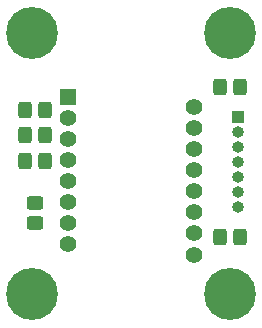
<source format=gbr>
G04 #@! TF.GenerationSoftware,KiCad,Pcbnew,(5.99.0-8366-gd64f1b3b25)*
G04 #@! TF.CreationDate,2021-01-13T01:42:36+02:00*
G04 #@! TF.ProjectId,board,626f6172-642e-46b6-9963-61645f706362,1.0.0*
G04 #@! TF.SameCoordinates,Original*
G04 #@! TF.FileFunction,Soldermask,Top*
G04 #@! TF.FilePolarity,Negative*
%FSLAX46Y46*%
G04 Gerber Fmt 4.6, Leading zero omitted, Abs format (unit mm)*
G04 Created by KiCad (PCBNEW (5.99.0-8366-gd64f1b3b25)) date 2021-01-13 01:42:36*
%MOMM*%
%LPD*%
G01*
G04 APERTURE LIST*
G04 Aperture macros list*
%AMRoundRect*
0 Rectangle with rounded corners*
0 $1 Rounding radius*
0 $2 $3 $4 $5 $6 $7 $8 $9 X,Y pos of 4 corners*
0 Add a 4 corners polygon primitive as box body*
4,1,4,$2,$3,$4,$5,$6,$7,$8,$9,$2,$3,0*
0 Add four circle primitives for the rounded corners*
1,1,$1+$1,$2,$3*
1,1,$1+$1,$4,$5*
1,1,$1+$1,$6,$7*
1,1,$1+$1,$8,$9*
0 Add four rect primitives between the rounded corners*
20,1,$1+$1,$2,$3,$4,$5,0*
20,1,$1+$1,$4,$5,$6,$7,0*
20,1,$1+$1,$6,$7,$8,$9,0*
20,1,$1+$1,$8,$9,$2,$3,0*%
G04 Aperture macros list end*
%ADD10RoundRect,0.250000X-0.325000X-0.450000X0.325000X-0.450000X0.325000X0.450000X-0.325000X0.450000X0*%
%ADD11RoundRect,0.250000X0.325000X0.450000X-0.325000X0.450000X-0.325000X-0.450000X0.325000X-0.450000X0*%
%ADD12RoundRect,0.250000X-0.450000X0.325000X-0.450000X-0.325000X0.450000X-0.325000X0.450000X0.325000X0*%
%ADD13C,0.700000*%
%ADD14C,4.400000*%
%ADD15R,1.000000X1.000000*%
%ADD16O,1.000000X1.000000*%
%ADD17R,1.400000X1.400000*%
%ADD18C,1.400000*%
G04 APERTURE END LIST*
D10*
X135294000Y-54864000D03*
X136994000Y-54864000D03*
D11*
X120484000Y-61087000D03*
X118784000Y-61087000D03*
X120484000Y-58928000D03*
X118784000Y-58928000D03*
D12*
X119634000Y-64682000D03*
X119634000Y-66382000D03*
D10*
X118784000Y-56769000D03*
X120484000Y-56769000D03*
X135294000Y-67564000D03*
X136994000Y-67564000D03*
D13*
X118213274Y-71223274D03*
X119380000Y-74040000D03*
X120546726Y-71223274D03*
X118213274Y-73556726D03*
X117730000Y-72390000D03*
X121030000Y-72390000D03*
D14*
X119380000Y-72390000D03*
D13*
X119380000Y-70740000D03*
X120546726Y-73556726D03*
X136144000Y-74040000D03*
D14*
X136144000Y-72390000D03*
D13*
X136144000Y-70740000D03*
X137310726Y-71223274D03*
X134977274Y-73556726D03*
X134977274Y-71223274D03*
X134494000Y-72390000D03*
X137794000Y-72390000D03*
X137310726Y-73556726D03*
D15*
X136779000Y-57404000D03*
D16*
X136779000Y-58674000D03*
X136779000Y-59944000D03*
X136779000Y-61214000D03*
X136779000Y-62484000D03*
X136779000Y-63754000D03*
X136779000Y-65024000D03*
D13*
X121030000Y-50292000D03*
X119380000Y-51942000D03*
X118213274Y-49125274D03*
X117730000Y-50292000D03*
X120546726Y-51458726D03*
X118213274Y-51458726D03*
D14*
X119380000Y-50292000D03*
D13*
X120546726Y-49125274D03*
X119380000Y-48642000D03*
D17*
X122412000Y-55681000D03*
D18*
X122412000Y-57461000D03*
X122412000Y-59241000D03*
X122412000Y-61021000D03*
X122412000Y-62801000D03*
X122412000Y-64581000D03*
X122412000Y-66361000D03*
X122412000Y-68141000D03*
X133112000Y-69031000D03*
X133112000Y-67251000D03*
X133112000Y-65471000D03*
X133112000Y-63691000D03*
X133112000Y-61911000D03*
X133112000Y-60131000D03*
X133112000Y-58351000D03*
X133112000Y-56571000D03*
D13*
X136144000Y-51942000D03*
X134494000Y-50292000D03*
X137794000Y-50292000D03*
X137310726Y-51458726D03*
D14*
X136144000Y-50292000D03*
D13*
X136144000Y-48642000D03*
X137310726Y-49125274D03*
X134977274Y-51458726D03*
X134977274Y-49125274D03*
M02*

</source>
